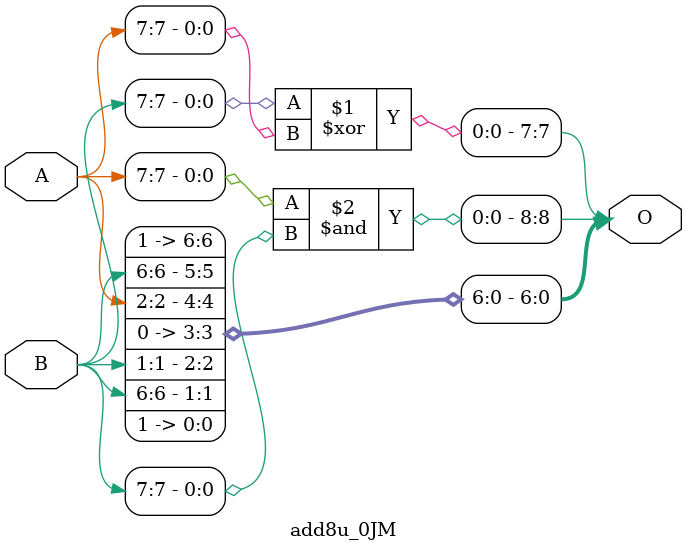
<source format=v>
/***
* This code is a part of EvoApproxLib library (ehw.fit.vutbr.cz/approxlib) distributed under The MIT License.
* When used, please cite the following article(s): V. MRAZEK. Optimization of BDD-based Approximation Error Metrics Calculations. In: IEEE Computer Society Annual Symposium on VLSI (ISVLSI '22). Paphos: Institute of Electrical and Electronics Engineers, 2022, pp. 86-91. ISBN 978-1-6654-6605-9. 
* This file contains a circuit from a sub-set of pareto optimal circuits with respect to the pwr and mre parameters
***/
// MAE% = 9.00 %
// MAE = 46 
// WCE% = 29.10 %
// WCE = 149 
// WCRE% = 6400.00 %
// EP% = 99.33 %
// MRE% = 22.62 %
// MSE = 3188 
// PDK45_PWR = 0.0015 mW
// PDK45_AREA = 8.0 um2
// PDK45_DELAY = 0.11 ns


module add8u_0JM(A, B, O);
  input [7:0] A, B;
  output [8:0] O;
  assign O[7] = B[7] ^ A[7];
  assign O[6] = 1'b1;
  assign O[3] = 1'b0;
  assign O[0] = 1'b1;
  assign O[8] = A[7] & B[7];
  assign O[1] = B[6];
  assign O[2] = B[1];
  assign O[4] = A[2];
  assign O[5] = B[6];
endmodule


</source>
